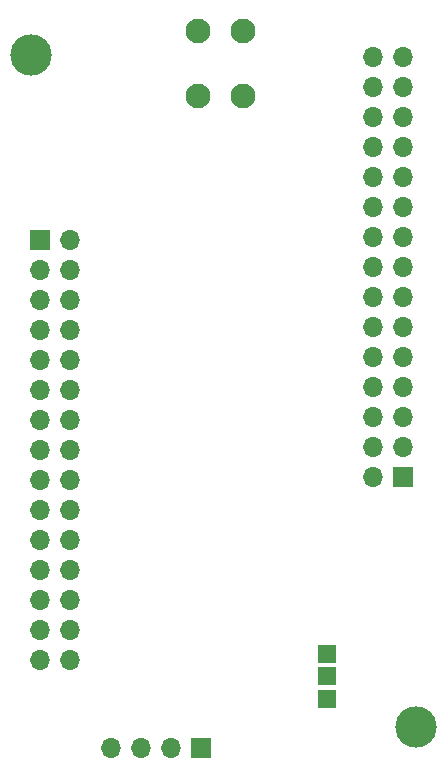
<source format=gbr>
%TF.GenerationSoftware,KiCad,Pcbnew,8.0.8*%
%TF.CreationDate,2025-01-31T12:33:27+11:00*%
%TF.ProjectId,v6_equip_joiner,76365f65-7175-4697-905f-6a6f696e6572,rev?*%
%TF.SameCoordinates,Original*%
%TF.FileFunction,Soldermask,Bot*%
%TF.FilePolarity,Negative*%
%FSLAX46Y46*%
G04 Gerber Fmt 4.6, Leading zero omitted, Abs format (unit mm)*
G04 Created by KiCad (PCBNEW 8.0.8) date 2025-01-31 12:33:27*
%MOMM*%
%LPD*%
G01*
G04 APERTURE LIST*
%ADD10R,1.700000X1.700000*%
%ADD11O,1.700000X1.700000*%
%ADD12C,2.100000*%
%ADD13C,3.500000*%
%ADD14R,1.500000X1.500000*%
G04 APERTURE END LIST*
D10*
%TO.C,J1*%
X142367000Y-56489600D03*
D11*
X144907000Y-56489600D03*
X142367000Y-59029600D03*
X144907000Y-59029600D03*
X142367000Y-61569600D03*
X144907000Y-61569600D03*
X142367000Y-64109600D03*
X144907000Y-64109600D03*
X142367000Y-66649600D03*
X144907000Y-66649600D03*
X142367000Y-69189600D03*
X144907000Y-69189600D03*
X142367000Y-71729600D03*
X144907000Y-71729600D03*
X142367000Y-74269600D03*
X144907000Y-74269600D03*
X142367000Y-76809600D03*
X144907000Y-76809600D03*
X142367000Y-79349600D03*
X144907000Y-79349600D03*
X142367000Y-81889600D03*
X144907000Y-81889600D03*
X142367000Y-84429600D03*
X144907000Y-84429600D03*
X142367000Y-86969600D03*
X144907000Y-86969600D03*
X142367000Y-89509600D03*
X144907000Y-89509600D03*
X142367000Y-92049600D03*
X144907000Y-92049600D03*
%TD*%
D12*
%TO.C,J3*%
X155778200Y-44297600D03*
X159588200Y-44297600D03*
%TD*%
D13*
%TO.C,H1*%
X141630400Y-40843200D03*
%TD*%
D10*
%TO.C,CON1*%
X155956000Y-99517200D03*
D11*
X153416000Y-99517200D03*
X150876000Y-99517200D03*
X148336000Y-99517200D03*
%TD*%
D13*
%TO.C,H2*%
X174167800Y-97739200D03*
%TD*%
D10*
%TO.C,J2*%
X173101000Y-76555600D03*
D11*
X170561000Y-76555600D03*
X173101000Y-74015600D03*
X170561000Y-74015600D03*
X173101000Y-71475600D03*
X170561000Y-71475600D03*
X173101000Y-68935600D03*
X170561000Y-68935600D03*
X173101000Y-66395600D03*
X170561000Y-66395600D03*
X173101000Y-63855600D03*
X170561000Y-63855600D03*
X173101000Y-61315600D03*
X170561000Y-61315600D03*
X173101000Y-58775600D03*
X170561000Y-58775600D03*
X173101000Y-56235600D03*
X170561000Y-56235600D03*
X173101000Y-53695600D03*
X170561000Y-53695600D03*
X173101000Y-51155600D03*
X170561000Y-51155600D03*
X173101000Y-48615600D03*
X170561000Y-48615600D03*
X173101000Y-46075600D03*
X170561000Y-46075600D03*
X173101000Y-43535600D03*
X170561000Y-43535600D03*
X173101000Y-40995600D03*
X170561000Y-40995600D03*
%TD*%
D12*
%TO.C,J4*%
X155778200Y-38746800D03*
X159588200Y-38746800D03*
%TD*%
D14*
%TO.C,JP1*%
X166700200Y-95300800D03*
X166700200Y-93421200D03*
X166700200Y-91541600D03*
%TD*%
M02*

</source>
